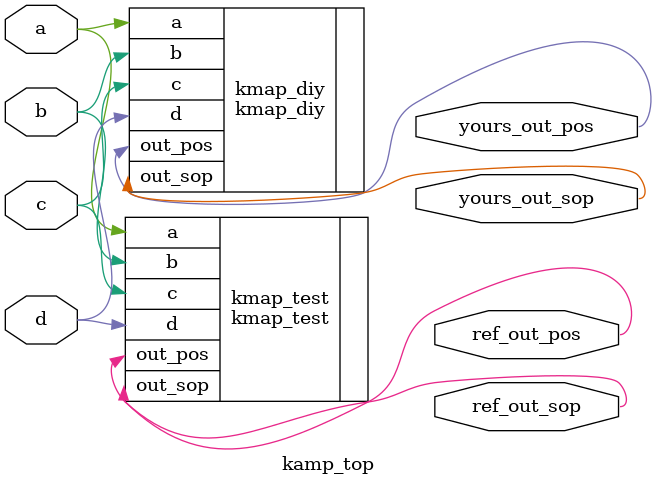
<source format=v>
`timescale 1ns / 1ps


module kamp_top(
    input a,b,c,d,
    output ref_out_sop,yours_out_sop,ref_out_pos,yours_out_pos
    );
    
    kmap_test kmap_test(
        .a(a),
        .b(b),
        .c(c),
        .d(d),
        .out_sop(ref_out_sop),
        .out_pos(ref_out_pos)
    );
    
    kmap_diy kmap_diy(
            .a(a),
            .b(b),
            .c(c),
            .d(d),
            .out_sop(yours_out_sop),
            .out_pos(yours_out_pos)
        );
    
endmodule

</source>
